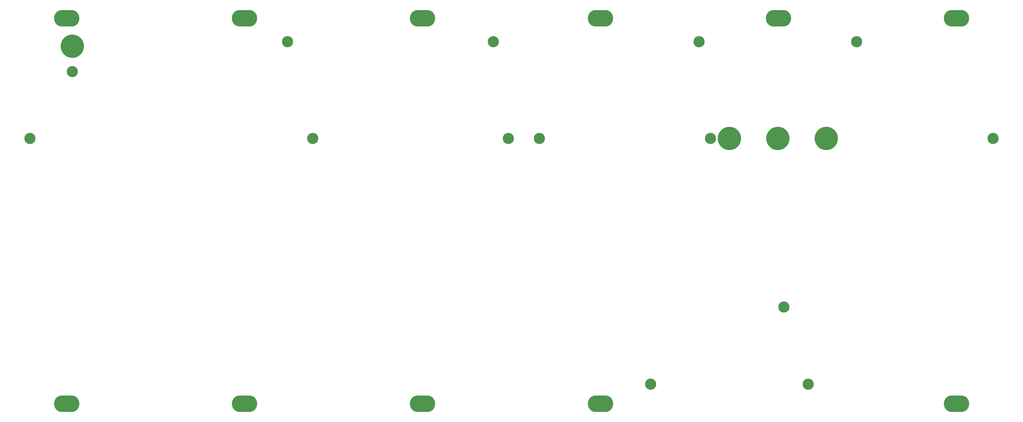
<source format=gbr>
%TF.GenerationSoftware,KiCad,Pcbnew,7.0.1*%
%TF.CreationDate,2023-03-27T00:24:39-04:00*%
%TF.ProjectId,3DP-FR4-plate-top-reset-cutout,3344502d-4652-4342-9d70-6c6174652d74,rev?*%
%TF.SameCoordinates,Original*%
%TF.FileFunction,Soldermask,Top*%
%TF.FilePolarity,Negative*%
%FSLAX46Y46*%
G04 Gerber Fmt 4.6, Leading zero omitted, Abs format (unit mm)*
G04 Created by KiCad (PCBNEW 7.0.1) date 2023-03-27 00:24:39*
%MOMM*%
%LPD*%
G01*
G04 APERTURE LIST*
%ADD10O,10.000000X6.500000*%
%ADD11C,4.400000*%
%ADD12C,9.200000*%
G04 APERTURE END LIST*
D10*
%TO.C,H8*%
X93000000Y-157200000D03*
%TD*%
%TO.C,H6*%
X373000000Y-5375000D03*
%TD*%
D11*
%TO.C,H20*%
X276262300Y-52712500D03*
%TD*%
D10*
%TO.C,H11*%
X373000000Y-157200000D03*
%TD*%
%TO.C,H10*%
X233000000Y-157200000D03*
%TD*%
D12*
%TO.C,H26*%
X283725500Y-52712500D03*
%TD*%
%TO.C,H28*%
X321825500Y-52712500D03*
%TD*%
D11*
%TO.C,H14*%
X109894250Y-14675000D03*
%TD*%
D10*
%TO.C,H4*%
X233000000Y-5375000D03*
%TD*%
%TO.C,H1*%
X23000000Y-5375000D03*
%TD*%
D11*
%TO.C,H21*%
X333731750Y-14675000D03*
%TD*%
%TO.C,H24*%
X305157000Y-119100000D03*
%TD*%
%TO.C,H16*%
X190856750Y-14675000D03*
%TD*%
D10*
%TO.C,H7*%
X23000000Y-157200000D03*
%TD*%
D11*
%TO.C,H18*%
X208963000Y-52712500D03*
%TD*%
%TO.C,H15*%
X119763000Y-52712500D03*
%TD*%
D10*
%TO.C,H3*%
X163000000Y-5375000D03*
%TD*%
D11*
%TO.C,H13*%
X25263000Y-26375000D03*
%TD*%
%TO.C,H17*%
X196762300Y-52712500D03*
%TD*%
D12*
%TO.C,H29*%
X25263000Y-16375000D03*
%TD*%
D11*
%TO.C,H25*%
X314681750Y-149531112D03*
%TD*%
%TO.C,H19*%
X271819250Y-14675000D03*
%TD*%
D12*
%TO.C,H27*%
X302775500Y-52712500D03*
%TD*%
D10*
%TO.C,H2*%
X93000000Y-5375000D03*
%TD*%
D11*
%TO.C,H12*%
X8563000Y-52712500D03*
%TD*%
%TO.C,H23*%
X252769250Y-149531112D03*
%TD*%
%TO.C,H22*%
X387437000Y-52712500D03*
%TD*%
D10*
%TO.C,H5*%
X303000000Y-5375000D03*
%TD*%
%TO.C,H9*%
X163000000Y-157200000D03*
%TD*%
M02*

</source>
